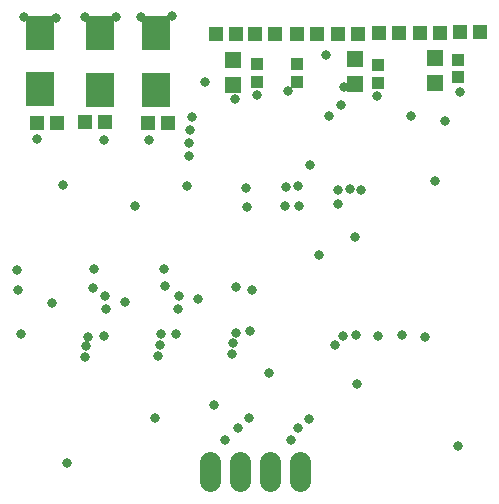
<source format=gbr>
G04 EAGLE Gerber RS-274X export*
G75*
%MOMM*%
%FSLAX34Y34*%
%LPD*%
%INSoldermask Bottom*%
%IPPOS*%
%AMOC8*
5,1,8,0,0,1.08239X$1,22.5*%
G01*
%ADD10C,1.819200*%
%ADD11R,1.203200X1.303200*%
%ADD12R,2.403200X3.003200*%
%ADD13R,1.403200X1.403200*%
%ADD14R,1.003200X1.003200*%
%ADD15C,0.813200*%


D10*
X175694Y17320D02*
X175694Y33480D01*
X201094Y33480D02*
X201094Y17320D01*
X226494Y17320D02*
X226494Y33480D01*
X251894Y33480D02*
X251894Y17320D01*
D11*
X352984Y396771D03*
X369984Y396771D03*
X404378Y397342D03*
X387378Y397342D03*
X284275Y395988D03*
X301275Y395988D03*
X335527Y396879D03*
X318527Y396879D03*
X180246Y396237D03*
X197246Y396237D03*
X230737Y396268D03*
X213737Y396268D03*
X266322Y395647D03*
X249322Y395647D03*
D12*
X130205Y396525D03*
X130205Y348525D03*
D11*
X123171Y320510D03*
X140171Y320510D03*
D12*
X82739Y396849D03*
X82739Y348849D03*
D11*
X86593Y321133D03*
X69593Y321133D03*
D12*
X31957Y397056D03*
X31957Y349056D03*
D11*
X29193Y320663D03*
X46193Y320663D03*
D13*
X366131Y354541D03*
X366131Y375541D03*
X298740Y353594D03*
X298740Y374594D03*
X195305Y352974D03*
X195305Y373974D03*
D14*
X385924Y359332D03*
X385924Y374332D03*
X318028Y354675D03*
X318028Y369675D03*
X215044Y355541D03*
X215044Y370541D03*
X249497Y355240D03*
X249497Y370240D03*
D15*
X299789Y99924D03*
X374789Y322720D03*
X387164Y346805D03*
X288869Y350851D03*
X317005Y343873D03*
X196502Y340848D03*
X215081Y344057D03*
X284135Y263590D03*
X283767Y252266D03*
X294263Y264511D03*
X303602Y263628D03*
X206702Y249503D03*
X86088Y140679D03*
X72093Y139851D03*
X146855Y142153D03*
X133873Y141600D03*
X209725Y144158D03*
X197154Y143204D03*
X70451Y131490D03*
X69320Y122155D03*
X132923Y132535D03*
X131516Y122945D03*
X195069Y134389D03*
X194046Y124799D03*
X287776Y140463D03*
X281741Y132578D03*
X157851Y303751D03*
X158010Y292613D03*
X206066Y265326D03*
X18010Y410333D03*
X45081Y409891D03*
X69389Y410443D03*
X96128Y410112D03*
X116900Y410001D03*
X143087Y410885D03*
X276401Y326288D03*
X260288Y284950D03*
X250068Y267088D03*
X250621Y250240D03*
X240262Y266858D03*
X238835Y250424D03*
X11892Y196150D03*
X13235Y179143D03*
X76941Y196767D03*
X76275Y180873D03*
X86946Y174443D03*
X87377Y162868D03*
X148144Y162960D03*
X149525Y174192D03*
X137096Y182478D03*
X136635Y197393D03*
X103809Y168942D03*
X41893Y167839D03*
X165304Y171513D03*
X211530Y179300D03*
X197336Y181602D03*
X298876Y140847D03*
X317621Y140427D03*
X337822Y140738D03*
X357332Y139667D03*
X160431Y325890D03*
X158310Y314851D03*
X225366Y109149D03*
X385196Y46874D03*
X129067Y70980D03*
X178554Y81694D03*
X54837Y32812D03*
X15381Y141960D03*
X51493Y268519D03*
X112349Y250439D03*
X156486Y267180D03*
X171198Y355570D03*
X273376Y378152D03*
X345740Y326777D03*
X286890Y336151D03*
X365802Y271198D03*
X241310Y347634D03*
X267487Y209077D03*
X298498Y224369D03*
X123761Y306133D03*
X85945Y306362D03*
X28904Y306931D03*
X208995Y71086D03*
X259506Y69827D03*
X198934Y62326D03*
X249833Y62097D03*
X188621Y52473D03*
X244167Y52473D03*
M02*

</source>
